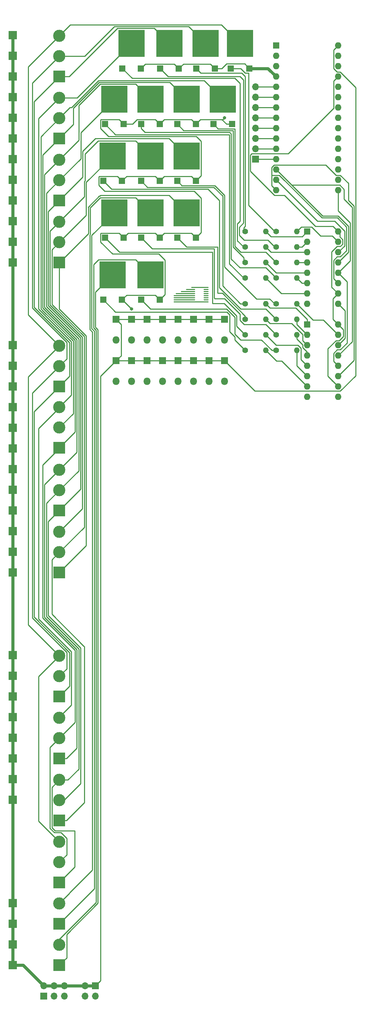
<source format=gtl>
%TF.GenerationSoftware,KiCad,Pcbnew,(5.1.6-0-10_14)*%
%TF.CreationDate,2020-09-12T12:57:19-04:00*%
%TF.ProjectId,smart-o-harp,736d6172-742d-46f2-9d68-6172702e6b69,rev?*%
%TF.SameCoordinates,Original*%
%TF.FileFunction,Copper,L1,Top*%
%TF.FilePolarity,Positive*%
%FSLAX46Y46*%
G04 Gerber Fmt 4.6, Leading zero omitted, Abs format (unit mm)*
G04 Created by KiCad (PCBNEW (5.1.6-0-10_14)) date 2020-09-12 12:57:19*
%MOMM*%
%LPD*%
G01*
G04 APERTURE LIST*
%TA.AperFunction,SMDPad,CuDef*%
%ADD10R,2.000000X2.000000*%
%TD*%
%TA.AperFunction,ComponentPad*%
%ADD11O,1.400000X1.400000*%
%TD*%
%TA.AperFunction,ComponentPad*%
%ADD12C,1.400000*%
%TD*%
%TA.AperFunction,ComponentPad*%
%ADD13C,3.000000*%
%TD*%
%TA.AperFunction,ComponentPad*%
%ADD14R,3.000000X3.000000*%
%TD*%
%TA.AperFunction,ComponentPad*%
%ADD15O,1.800000X1.800000*%
%TD*%
%TA.AperFunction,ComponentPad*%
%ADD16R,1.800000X1.800000*%
%TD*%
%TA.AperFunction,ComponentPad*%
%ADD17R,1.600000X1.600000*%
%TD*%
%TA.AperFunction,ComponentPad*%
%ADD18O,1.600000X1.600000*%
%TD*%
%TA.AperFunction,SMDPad,CuDef*%
%ADD19R,6.500000X6.700000*%
%TD*%
%TA.AperFunction,SMDPad,CuDef*%
%ADD20R,1.500000X1.600000*%
%TD*%
%TA.AperFunction,ComponentPad*%
%ADD21R,1.700000X1.700000*%
%TD*%
%TA.AperFunction,ComponentPad*%
%ADD22O,1.700000X1.700000*%
%TD*%
%TA.AperFunction,ViaPad*%
%ADD23C,0.800000*%
%TD*%
%TA.AperFunction,Conductor*%
%ADD24C,0.250000*%
%TD*%
%TA.AperFunction,Conductor*%
%ADD25C,0.800000*%
%TD*%
G04 APERTURE END LIST*
D10*
%TO.P,J46,1*%
%TO.N,+12V*%
X180340000Y-132080000D03*
%TD*%
%TO.P,J45,1*%
%TO.N,+12V*%
X180340000Y-248920000D03*
%TD*%
%TO.P,J44,1*%
%TO.N,+12V*%
X180340000Y-193040000D03*
%TD*%
%TO.P,J43,1*%
%TO.N,+12V*%
X180340000Y-223520000D03*
%TD*%
%TO.P,J42,1*%
%TO.N,+12V*%
X180340000Y-254000000D03*
%TD*%
%TO.P,J41,1*%
%TO.N,+12V*%
X180340000Y-137160000D03*
%TD*%
%TO.P,J40,1*%
%TO.N,+12V*%
X180340000Y-198120000D03*
%TD*%
%TO.P,J39,1*%
%TO.N,+12V*%
X180340000Y-208280000D03*
%TD*%
%TO.P,J37,1*%
%TO.N,+12V*%
X180340000Y-142240000D03*
%TD*%
%TO.P,J36,1*%
%TO.N,+12V*%
X180340000Y-203200000D03*
%TD*%
%TO.P,J35,1*%
%TO.N,+12V*%
X180340000Y-259080000D03*
%TD*%
%TO.P,J33,1*%
%TO.N,+12V*%
X180340000Y-147320000D03*
%TD*%
%TO.P,J32,1*%
%TO.N,+12V*%
X180340000Y-213360000D03*
%TD*%
%TO.P,J31,1*%
%TO.N,+12V*%
X180340000Y-264160000D03*
%TD*%
%TO.P,J29,1*%
%TO.N,+12V*%
X180340000Y-152400000D03*
%TD*%
%TO.P,J28,1*%
%TO.N,+12V*%
X180340000Y-218440000D03*
%TD*%
%TO.P,J25,1*%
%TO.N,+12V*%
X180340000Y-157480000D03*
%TD*%
%TO.P,J22,1*%
%TO.N,+12V*%
X180340000Y-162560000D03*
%TD*%
%TO.P,J21,1*%
%TO.N,+12V*%
X180340000Y-187960000D03*
%TD*%
%TO.P,J20,1*%
%TO.N,+12V*%
X180340000Y-167640000D03*
%TD*%
%TO.P,J19,1*%
%TO.N,+12V*%
X180340000Y-127000000D03*
%TD*%
%TO.P,J18,1*%
%TO.N,+12V*%
X180340000Y-60960000D03*
%TD*%
%TO.P,J17,1*%
%TO.N,+12V*%
X180340000Y-66040000D03*
%TD*%
%TO.P,J16,1*%
%TO.N,+12V*%
X180340000Y-121920000D03*
%TD*%
%TO.P,J15,1*%
%TO.N,+12V*%
X180340000Y-71120000D03*
%TD*%
%TO.P,J14,1*%
%TO.N,+12V*%
X180340000Y-111760000D03*
%TD*%
%TO.P,J13,1*%
%TO.N,+12V*%
X180340000Y-116840000D03*
%TD*%
%TO.P,J12,1*%
%TO.N,+12V*%
X180340000Y-76200000D03*
%TD*%
%TO.P,J11,1*%
%TO.N,+12V*%
X180340000Y-81280000D03*
%TD*%
%TO.P,J10,1*%
%TO.N,+12V*%
X180340000Y-86360000D03*
%TD*%
%TO.P,J9,1*%
%TO.N,+12V*%
X180340000Y-50800000D03*
%TD*%
%TO.P,J8,1*%
%TO.N,+12V*%
X180340000Y-91440000D03*
%TD*%
%TO.P,J7,1*%
%TO.N,+12V*%
X180340000Y-35560000D03*
%TD*%
%TO.P,J6,1*%
%TO.N,+12V*%
X180340000Y-45720000D03*
%TD*%
%TO.P,J5,1*%
%TO.N,+12V*%
X180340000Y-55880000D03*
%TD*%
%TO.P,J4,1*%
%TO.N,+12V*%
X180340000Y-40640000D03*
%TD*%
D11*
%TO.P,R16,2*%
%TO.N,Net-(R16-Pad2)*%
X250190000Y-83820000D03*
D12*
%TO.P,R16,1*%
%TO.N,Net-(Q16-Pad1)*%
X245110000Y-83820000D03*
%TD*%
D11*
%TO.P,R15,2*%
%TO.N,Net-(R15-Pad2)*%
X242570000Y-83820000D03*
D12*
%TO.P,R15,1*%
%TO.N,Net-(Q15-Pad1)*%
X237490000Y-83820000D03*
%TD*%
D11*
%TO.P,R14,2*%
%TO.N,Net-(R14-Pad2)*%
X250190000Y-87630000D03*
D12*
%TO.P,R14,1*%
%TO.N,Net-(Q14-Pad1)*%
X245110000Y-87630000D03*
%TD*%
D11*
%TO.P,R13,2*%
%TO.N,Net-(R13-Pad2)*%
X242570000Y-87630000D03*
D12*
%TO.P,R13,1*%
%TO.N,Net-(Q13-Pad1)*%
X237490000Y-87630000D03*
%TD*%
D11*
%TO.P,R12,2*%
%TO.N,Net-(R12-Pad2)*%
X250190000Y-91440000D03*
D12*
%TO.P,R12,1*%
%TO.N,Net-(Q12-Pad1)*%
X245110000Y-91440000D03*
%TD*%
D11*
%TO.P,R11,2*%
%TO.N,Net-(R11-Pad2)*%
X242570000Y-91440000D03*
D12*
%TO.P,R11,1*%
%TO.N,Net-(Q11-Pad1)*%
X237490000Y-91440000D03*
%TD*%
D11*
%TO.P,R10,2*%
%TO.N,Net-(R10-Pad2)*%
X250190000Y-95250000D03*
D12*
%TO.P,R10,1*%
%TO.N,Net-(Q10-Pad1)*%
X245110000Y-95250000D03*
%TD*%
D11*
%TO.P,R9,2*%
%TO.N,Net-(R9-Pad2)*%
X242570000Y-95250000D03*
D12*
%TO.P,R9,1*%
%TO.N,Net-(Q9-Pad1)*%
X237490000Y-95250000D03*
%TD*%
D11*
%TO.P,R8,2*%
%TO.N,Net-(R8-Pad2)*%
X250190000Y-101600000D03*
D12*
%TO.P,R8,1*%
%TO.N,Net-(Q8-Pad1)*%
X245110000Y-101600000D03*
%TD*%
D11*
%TO.P,R7,2*%
%TO.N,Net-(R7-Pad2)*%
X242570000Y-101600000D03*
D12*
%TO.P,R7,1*%
%TO.N,Net-(Q7-Pad1)*%
X237490000Y-101600000D03*
%TD*%
D11*
%TO.P,R6,2*%
%TO.N,Net-(R6-Pad2)*%
X250190000Y-105410000D03*
D12*
%TO.P,R6,1*%
%TO.N,Net-(Q6-Pad1)*%
X245110000Y-105410000D03*
%TD*%
D11*
%TO.P,R5,2*%
%TO.N,Net-(R5-Pad2)*%
X242570000Y-105410000D03*
D12*
%TO.P,R5,1*%
%TO.N,Net-(Q5-Pad1)*%
X237490000Y-105410000D03*
%TD*%
D11*
%TO.P,R4,2*%
%TO.N,Net-(R4-Pad2)*%
X250190000Y-109220000D03*
D12*
%TO.P,R4,1*%
%TO.N,Net-(Q4-Pad1)*%
X245110000Y-109220000D03*
%TD*%
D11*
%TO.P,R3,2*%
%TO.N,Net-(R3-Pad2)*%
X242570000Y-109220000D03*
D12*
%TO.P,R3,1*%
%TO.N,Net-(Q3-Pad1)*%
X237490000Y-109220000D03*
%TD*%
D11*
%TO.P,R2,2*%
%TO.N,Net-(R2-Pad2)*%
X250190000Y-113030000D03*
D12*
%TO.P,R2,1*%
%TO.N,Net-(Q2-Pad1)*%
X245110000Y-113030000D03*
%TD*%
D11*
%TO.P,R1,2*%
%TO.N,Net-(R1-Pad2)*%
X242570000Y-113030000D03*
D12*
%TO.P,R1,1*%
%TO.N,Net-(Q1-Pad1)*%
X237490000Y-113030000D03*
%TD*%
D13*
%TO.P,C#_D_D#2,3*%
%TO.N,Net-(C#_D_D#1-Pad3)*%
X191770000Y-157640000D03*
%TO.P,C#_D_D#2,2*%
%TO.N,Net-(C#_D_D#1-Pad2)*%
X191770000Y-162640000D03*
D14*
%TO.P,C#_D_D#2,1*%
%TO.N,Net-(C#_D_D#1-Pad1)*%
X191770000Y-167640000D03*
%TD*%
D13*
%TO.P,E_F_F#1,3*%
%TO.N,Net-(D11-Pad2)*%
X191770000Y-66200000D03*
%TO.P,E_F_F#1,2*%
%TO.N,Net-(D10-Pad2)*%
X191770000Y-71200000D03*
D14*
%TO.P,E_F_F#1,1*%
%TO.N,Net-(D9-Pad2)*%
X191770000Y-76200000D03*
%TD*%
D15*
%TO.P,D8,2*%
%TO.N,Net-(C#_D_D#1-Pad3)*%
X209550000Y-120650000D03*
D16*
%TO.P,D8,1*%
%TO.N,+12V*%
X209550000Y-115570000D03*
%TD*%
D17*
%TO.P,U2,1*%
%TO.N,Net-(R15-Pad2)*%
X252730000Y-83820000D03*
D18*
%TO.P,U2,9*%
%TO.N,Net-(U1-Pad14)*%
X260350000Y-101600000D03*
%TO.P,U2,2*%
%TO.N,Net-(R14-Pad2)*%
X252730000Y-86360000D03*
%TO.P,U2,10*%
%TO.N,Net-(A1-Pad27)*%
X260350000Y-99060000D03*
%TO.P,U2,3*%
%TO.N,Net-(R13-Pad2)*%
X252730000Y-88900000D03*
%TO.P,U2,11*%
%TO.N,Net-(A1-Pad15)*%
X260350000Y-96520000D03*
%TO.P,U2,4*%
%TO.N,Net-(R12-Pad2)*%
X252730000Y-91440000D03*
%TO.P,U2,12*%
%TO.N,Net-(A1-Pad16)*%
X260350000Y-93980000D03*
%TO.P,U2,5*%
%TO.N,Net-(R11-Pad2)*%
X252730000Y-93980000D03*
%TO.P,U2,13*%
%TO.N,Net-(A1-Pad13)*%
X260350000Y-91440000D03*
%TO.P,U2,6*%
%TO.N,Net-(R10-Pad2)*%
X252730000Y-96520000D03*
%TO.P,U2,14*%
%TO.N,Net-(A1-Pad14)*%
X260350000Y-88900000D03*
%TO.P,U2,7*%
%TO.N,Net-(R9-Pad2)*%
X252730000Y-99060000D03*
%TO.P,U2,15*%
%TO.N,Net-(R16-Pad2)*%
X260350000Y-86360000D03*
%TO.P,U2,8*%
%TO.N,GND*%
X252730000Y-101600000D03*
%TO.P,U2,16*%
%TO.N,Net-(A1-Pad27)*%
X260350000Y-83820000D03*
%TD*%
D19*
%TO.P,Q16,2*%
%TO.N,Net-(Bb_B_C1-Pad3)*%
X236220000Y-37570000D03*
D20*
%TO.P,Q16,3*%
%TO.N,GND*%
X238520000Y-43720000D03*
%TO.P,Q16,1*%
%TO.N,Net-(Q16-Pad1)*%
X233920000Y-43720000D03*
%TD*%
D19*
%TO.P,Q15,2*%
%TO.N,Net-(Bb_B_C1-Pad2)*%
X227760000Y-37620000D03*
D20*
%TO.P,Q15,3*%
%TO.N,GND*%
X230060000Y-43770000D03*
%TO.P,Q15,1*%
%TO.N,Net-(Q15-Pad1)*%
X225460000Y-43770000D03*
%TD*%
D19*
%TO.P,Q14,2*%
%TO.N,Net-(Bb_B_C1-Pad1)*%
X218870000Y-37620000D03*
D20*
%TO.P,Q14,3*%
%TO.N,GND*%
X221170000Y-43770000D03*
%TO.P,Q14,1*%
%TO.N,Net-(Q14-Pad1)*%
X216570000Y-43770000D03*
%TD*%
D19*
%TO.P,Q13,2*%
%TO.N,Net-(D14-Pad2)*%
X209550000Y-37570000D03*
D20*
%TO.P,Q13,3*%
%TO.N,GND*%
X211850000Y-43720000D03*
%TO.P,Q13,1*%
%TO.N,Net-(Q13-Pad1)*%
X207250000Y-43720000D03*
%TD*%
D19*
%TO.P,Q12,2*%
%TO.N,Net-(D13-Pad2)*%
X231980000Y-51280000D03*
D20*
%TO.P,Q12,3*%
%TO.N,GND*%
X234280000Y-57430000D03*
%TO.P,Q12,1*%
%TO.N,Net-(Q12-Pad1)*%
X229680000Y-57430000D03*
%TD*%
D19*
%TO.P,Q11,2*%
%TO.N,Net-(D12-Pad2)*%
X223090000Y-51280000D03*
D20*
%TO.P,Q11,3*%
%TO.N,GND*%
X225390000Y-57430000D03*
%TO.P,Q11,1*%
%TO.N,Net-(Q11-Pad1)*%
X220790000Y-57430000D03*
%TD*%
D19*
%TO.P,Q10,2*%
%TO.N,Net-(D11-Pad2)*%
X214200000Y-51280000D03*
D20*
%TO.P,Q10,3*%
%TO.N,GND*%
X216500000Y-57430000D03*
%TO.P,Q10,1*%
%TO.N,Net-(Q10-Pad1)*%
X211900000Y-57430000D03*
%TD*%
D19*
%TO.P,Q9,2*%
%TO.N,Net-(D10-Pad2)*%
X205310000Y-51280000D03*
D20*
%TO.P,Q9,3*%
%TO.N,GND*%
X207610000Y-57430000D03*
%TO.P,Q9,1*%
%TO.N,Net-(Q9-Pad1)*%
X203010000Y-57430000D03*
%TD*%
D19*
%TO.P,Q8,2*%
%TO.N,Net-(D9-Pad2)*%
X223090000Y-65250000D03*
D20*
%TO.P,Q8,3*%
%TO.N,GND*%
X225390000Y-71400000D03*
%TO.P,Q8,1*%
%TO.N,Net-(Q8-Pad1)*%
X220790000Y-71400000D03*
%TD*%
D19*
%TO.P,Q7,2*%
%TO.N,Net-(C#_D_D#1-Pad3)*%
X214200000Y-65250000D03*
D20*
%TO.P,Q7,3*%
%TO.N,GND*%
X216500000Y-71400000D03*
%TO.P,Q7,1*%
%TO.N,Net-(Q7-Pad1)*%
X211900000Y-71400000D03*
%TD*%
D19*
%TO.P,Q6,2*%
%TO.N,Net-(C#_D_D#1-Pad2)*%
X204900000Y-65250000D03*
D20*
%TO.P,Q6,3*%
%TO.N,GND*%
X207200000Y-71400000D03*
%TO.P,Q6,1*%
%TO.N,Net-(Q6-Pad1)*%
X202600000Y-71400000D03*
%TD*%
D19*
%TO.P,Q5,2*%
%TO.N,Net-(C#_D_D#1-Pad1)*%
X223090000Y-79220000D03*
D20*
%TO.P,Q5,3*%
%TO.N,GND*%
X225390000Y-85370000D03*
%TO.P,Q5,1*%
%TO.N,Net-(Q5-Pad1)*%
X220790000Y-85370000D03*
%TD*%
D19*
%TO.P,Q4,2*%
%TO.N,Net-(D4-Pad2)*%
X214200000Y-79220000D03*
D20*
%TO.P,Q4,3*%
%TO.N,GND*%
X216500000Y-85370000D03*
%TO.P,Q4,1*%
%TO.N,Net-(Q4-Pad1)*%
X211900000Y-85370000D03*
%TD*%
D19*
%TO.P,Q3,2*%
%TO.N,Net-(D3-Pad2)*%
X205310000Y-79220000D03*
D20*
%TO.P,Q3,3*%
%TO.N,GND*%
X207610000Y-85370000D03*
%TO.P,Q3,1*%
%TO.N,Net-(Q3-Pad1)*%
X203010000Y-85370000D03*
%TD*%
D19*
%TO.P,Q2,2*%
%TO.N,Net-(D2-Pad2)*%
X214200000Y-94460000D03*
D20*
%TO.P,Q2,3*%
%TO.N,GND*%
X216500000Y-100610000D03*
%TO.P,Q2,1*%
%TO.N,Net-(Q2-Pad1)*%
X211900000Y-100610000D03*
%TD*%
D19*
%TO.P,Q1,2*%
%TO.N,Net-(D1-Pad2)*%
X204900000Y-94460000D03*
D20*
%TO.P,Q1,3*%
%TO.N,GND*%
X207200000Y-100610000D03*
%TO.P,Q1,1*%
%TO.N,Net-(Q1-Pad1)*%
X202600000Y-100610000D03*
%TD*%
D13*
%TO.P,J3,2*%
%TO.N,Net-(D4-Pad2)*%
X191770000Y-249000000D03*
D14*
%TO.P,J3,1*%
%TO.N,Net-(D3-Pad2)*%
X191770000Y-254000000D03*
%TD*%
D13*
%TO.P,J2,2*%
%TO.N,Net-(D2-Pad2)*%
X191770000Y-259160000D03*
D14*
%TO.P,J2,1*%
%TO.N,Net-(D1-Pad2)*%
X191770000Y-264160000D03*
%TD*%
D13*
%TO.P,G_G#_A2,3*%
%TO.N,Net-(D14-Pad2)*%
X191770000Y-127000000D03*
%TO.P,G_G#_A2,2*%
%TO.N,Net-(D13-Pad2)*%
X191770000Y-132000000D03*
D14*
%TO.P,G_G#_A2,1*%
%TO.N,Net-(D12-Pad2)*%
X191770000Y-137000000D03*
%TD*%
D13*
%TO.P,G_G#_A1,3*%
%TO.N,Net-(D14-Pad2)*%
X191770000Y-50960000D03*
%TO.P,G_G#_A1,2*%
%TO.N,Net-(D13-Pad2)*%
X191770000Y-55960000D03*
D14*
%TO.P,G_G#_A1,1*%
%TO.N,Net-(D12-Pad2)*%
X191770000Y-60960000D03*
%TD*%
%TO.P,F_G_C1,1*%
%TO.N,Net-(D10-Pad2)*%
X191770000Y-243840000D03*
D13*
%TO.P,F_G_C1,2*%
%TO.N,Net-(D12-Pad2)*%
X191770000Y-238840000D03*
%TO.P,F_G_C1,3*%
%TO.N,Net-(Bb_B_C1-Pad3)*%
X191770000Y-233840000D03*
%TD*%
D14*
%TO.P,F#_G_A1,1*%
%TO.N,Net-(D11-Pad2)*%
X191770000Y-213360000D03*
D13*
%TO.P,F#_G_A1,2*%
%TO.N,Net-(D12-Pad2)*%
X191770000Y-208360000D03*
%TO.P,F#_G_A1,3*%
%TO.N,Net-(D14-Pad2)*%
X191770000Y-203360000D03*
%TD*%
%TO.P,E_F_F#2,3*%
%TO.N,Net-(D11-Pad2)*%
X191770000Y-142400000D03*
%TO.P,E_F_F#2,2*%
%TO.N,Net-(D10-Pad2)*%
X191770000Y-147400000D03*
D14*
%TO.P,E_F_F#2,1*%
%TO.N,Net-(D9-Pad2)*%
X191770000Y-152400000D03*
%TD*%
%TO.P,D_E_F1,1*%
%TO.N,Net-(C#_D_D#1-Pad2)*%
X191770000Y-228600000D03*
D13*
%TO.P,D_E_F1,2*%
%TO.N,Net-(D9-Pad2)*%
X191770000Y-223600000D03*
%TO.P,D_E_F1,3*%
%TO.N,Net-(D10-Pad2)*%
X191770000Y-218600000D03*
%TD*%
%TO.P,C#_D_D#1,3*%
%TO.N,Net-(C#_D_D#1-Pad3)*%
X191770000Y-81440000D03*
%TO.P,C#_D_D#1,2*%
%TO.N,Net-(C#_D_D#1-Pad2)*%
X191770000Y-86440000D03*
D14*
%TO.P,C#_D_D#1,1*%
%TO.N,Net-(C#_D_D#1-Pad1)*%
X191770000Y-91440000D03*
%TD*%
%TO.P,Bb_B_C3,1*%
%TO.N,Net-(Bb_B_C1-Pad1)*%
X191770000Y-198120000D03*
D13*
%TO.P,Bb_B_C3,2*%
%TO.N,Net-(Bb_B_C1-Pad2)*%
X191770000Y-193120000D03*
%TO.P,Bb_B_C3,3*%
%TO.N,Net-(Bb_B_C1-Pad3)*%
X191770000Y-188120000D03*
%TD*%
%TO.P,Bb_B_C2,3*%
%TO.N,Net-(Bb_B_C1-Pad3)*%
X191770000Y-111920000D03*
%TO.P,Bb_B_C2,2*%
%TO.N,Net-(Bb_B_C1-Pad2)*%
X191770000Y-116920000D03*
D14*
%TO.P,Bb_B_C2,1*%
%TO.N,Net-(Bb_B_C1-Pad1)*%
X191770000Y-121920000D03*
%TD*%
%TO.P,Bb_B_C1,1*%
%TO.N,Net-(Bb_B_C1-Pad1)*%
X191770000Y-45720000D03*
D13*
%TO.P,Bb_B_C1,2*%
%TO.N,Net-(Bb_B_C1-Pad2)*%
X191770000Y-40720000D03*
%TO.P,Bb_B_C1,3*%
%TO.N,Net-(Bb_B_C1-Pad3)*%
X191770000Y-35720000D03*
%TD*%
D15*
%TO.P,D17,2*%
%TO.N,Net-(Bb_B_C1-Pad3)*%
X205740000Y-110490000D03*
D16*
%TO.P,D17,1*%
%TO.N,+12V*%
X205740000Y-105410000D03*
%TD*%
D15*
%TO.P,D16,2*%
%TO.N,Net-(Bb_B_C1-Pad2)*%
X209550000Y-110490000D03*
D16*
%TO.P,D16,1*%
%TO.N,+12V*%
X209550000Y-105410000D03*
%TD*%
D15*
%TO.P,D15,2*%
%TO.N,Net-(Bb_B_C1-Pad1)*%
X213360000Y-110490000D03*
D16*
%TO.P,D15,1*%
%TO.N,+12V*%
X213360000Y-105410000D03*
%TD*%
D15*
%TO.P,D14,2*%
%TO.N,Net-(D14-Pad2)*%
X217170000Y-110490000D03*
D16*
%TO.P,D14,1*%
%TO.N,+12V*%
X217170000Y-105410000D03*
%TD*%
D15*
%TO.P,D13,2*%
%TO.N,Net-(D13-Pad2)*%
X220980000Y-110490000D03*
D16*
%TO.P,D13,1*%
%TO.N,+12V*%
X220980000Y-105410000D03*
%TD*%
D15*
%TO.P,D12,2*%
%TO.N,Net-(D12-Pad2)*%
X224790000Y-110490000D03*
D16*
%TO.P,D12,1*%
%TO.N,+12V*%
X224790000Y-105410000D03*
%TD*%
D15*
%TO.P,D11,2*%
%TO.N,Net-(D11-Pad2)*%
X228600000Y-110490000D03*
D16*
%TO.P,D11,1*%
%TO.N,+12V*%
X228600000Y-105410000D03*
%TD*%
D15*
%TO.P,D10,2*%
%TO.N,Net-(D10-Pad2)*%
X232410000Y-110490000D03*
D16*
%TO.P,D10,1*%
%TO.N,+12V*%
X232410000Y-105410000D03*
%TD*%
D15*
%TO.P,D9,2*%
%TO.N,Net-(D9-Pad2)*%
X205740000Y-120650000D03*
D16*
%TO.P,D9,1*%
%TO.N,+12V*%
X205740000Y-115570000D03*
%TD*%
D15*
%TO.P,D6,2*%
%TO.N,Net-(C#_D_D#1-Pad2)*%
X213360000Y-120650000D03*
D16*
%TO.P,D6,1*%
%TO.N,+12V*%
X213360000Y-115570000D03*
%TD*%
D15*
%TO.P,D5,2*%
%TO.N,Net-(C#_D_D#1-Pad1)*%
X217170000Y-120650000D03*
D16*
%TO.P,D5,1*%
%TO.N,+12V*%
X217170000Y-115570000D03*
%TD*%
D15*
%TO.P,D4,2*%
%TO.N,Net-(D4-Pad2)*%
X220980000Y-120650000D03*
D16*
%TO.P,D4,1*%
%TO.N,+12V*%
X220980000Y-115570000D03*
%TD*%
D15*
%TO.P,D3,2*%
%TO.N,Net-(D3-Pad2)*%
X224790000Y-120650000D03*
D16*
%TO.P,D3,1*%
%TO.N,+12V*%
X224790000Y-115570000D03*
%TD*%
D15*
%TO.P,D2,2*%
%TO.N,Net-(D2-Pad2)*%
X228600000Y-120650000D03*
D16*
%TO.P,D2,1*%
%TO.N,+12V*%
X228600000Y-115570000D03*
%TD*%
D15*
%TO.P,D1,2*%
%TO.N,Net-(D1-Pad2)*%
X232410000Y-120650000D03*
D16*
%TO.P,D1,1*%
%TO.N,+12V*%
X232410000Y-115570000D03*
%TD*%
D21*
%TO.P,J1,1*%
%TO.N,+12V*%
X200660000Y-269240000D03*
D22*
%TO.P,J1,2*%
%TO.N,GND*%
X200660000Y-271780000D03*
%TO.P,J1,3*%
%TO.N,+12V*%
X198120000Y-269240000D03*
%TO.P,J1,4*%
%TO.N,GND*%
X198120000Y-271780000D03*
%TD*%
D17*
%TO.P,A1,1*%
%TO.N,Net-(A1-Pad1)*%
X245110000Y-38100000D03*
D18*
%TO.P,A1,17*%
%TO.N,Net-(A1-Pad17)*%
X260350000Y-71120000D03*
%TO.P,A1,2*%
%TO.N,Net-(A1-Pad2)*%
X245110000Y-40640000D03*
%TO.P,A1,18*%
%TO.N,Net-(A1-Pad18)*%
X260350000Y-68580000D03*
%TO.P,A1,3*%
%TO.N,Net-(A1-Pad3)*%
X245110000Y-43180000D03*
%TO.P,A1,19*%
%TO.N,Net-(A1-Pad19)*%
X260350000Y-66040000D03*
%TO.P,A1,4*%
%TO.N,GND*%
X245110000Y-45720000D03*
%TO.P,A1,20*%
%TO.N,Net-(A1-Pad20)*%
X260350000Y-63500000D03*
%TO.P,A1,5*%
%TO.N,Net-(A1-Pad5)*%
X245110000Y-48260000D03*
%TO.P,A1,21*%
%TO.N,Net-(A1-Pad21)*%
X260350000Y-60960000D03*
%TO.P,A1,6*%
%TO.N,Net-(A1-Pad6)*%
X245110000Y-50800000D03*
%TO.P,A1,22*%
%TO.N,Net-(A1-Pad22)*%
X260350000Y-58420000D03*
%TO.P,A1,7*%
%TO.N,Net-(A1-Pad7)*%
X245110000Y-53340000D03*
%TO.P,A1,23*%
%TO.N,Net-(A1-Pad23)*%
X260350000Y-55880000D03*
%TO.P,A1,8*%
%TO.N,Net-(A1-Pad8)*%
X245110000Y-55880000D03*
%TO.P,A1,24*%
%TO.N,Net-(A1-Pad24)*%
X260350000Y-53340000D03*
%TO.P,A1,9*%
%TO.N,Net-(A1-Pad9)*%
X245110000Y-58420000D03*
%TO.P,A1,25*%
%TO.N,Net-(A1-Pad25)*%
X260350000Y-50800000D03*
%TO.P,A1,10*%
%TO.N,Net-(A1-Pad10)*%
X245110000Y-60960000D03*
%TO.P,A1,26*%
%TO.N,Net-(A1-Pad26)*%
X260350000Y-48260000D03*
%TO.P,A1,11*%
%TO.N,Net-(A1-Pad11)*%
X245110000Y-63500000D03*
%TO.P,A1,27*%
%TO.N,Net-(A1-Pad27)*%
X260350000Y-45720000D03*
%TO.P,A1,12*%
%TO.N,Net-(A1-Pad12)*%
X245110000Y-66040000D03*
%TO.P,A1,28*%
%TO.N,Net-(A1-Pad28)*%
X260350000Y-43180000D03*
%TO.P,A1,13*%
%TO.N,Net-(A1-Pad13)*%
X245110000Y-68580000D03*
%TO.P,A1,29*%
%TO.N,GND*%
X260350000Y-40640000D03*
%TO.P,A1,14*%
%TO.N,Net-(A1-Pad14)*%
X245110000Y-71120000D03*
%TO.P,A1,30*%
%TO.N,+12V*%
X260350000Y-38100000D03*
%TO.P,A1,15*%
%TO.N,Net-(A1-Pad15)*%
X245110000Y-73660000D03*
%TO.P,A1,16*%
%TO.N,Net-(A1-Pad16)*%
X260350000Y-73660000D03*
%TD*%
D21*
%TO.P,keypad1,1*%
%TO.N,Net-(A1-Pad12)*%
X240030000Y-66040000D03*
D22*
%TO.P,keypad1,2*%
%TO.N,Net-(A1-Pad11)*%
X240030000Y-63500000D03*
%TO.P,keypad1,3*%
%TO.N,Net-(A1-Pad10)*%
X240030000Y-60960000D03*
%TO.P,keypad1,4*%
%TO.N,Net-(A1-Pad9)*%
X240030000Y-58420000D03*
%TO.P,keypad1,5*%
%TO.N,Net-(A1-Pad8)*%
X240030000Y-55880000D03*
%TO.P,keypad1,6*%
%TO.N,Net-(A1-Pad7)*%
X240030000Y-53340000D03*
%TO.P,keypad1,7*%
%TO.N,Net-(A1-Pad6)*%
X240030000Y-50800000D03*
%TO.P,keypad1,8*%
%TO.N,Net-(A1-Pad5)*%
X240030000Y-48260000D03*
%TD*%
D21*
%TO.P,solenoid_power1,1*%
%TO.N,GND*%
X187960000Y-271780000D03*
D22*
%TO.P,solenoid_power1,2*%
%TO.N,+12V*%
X187960000Y-269240000D03*
%TO.P,solenoid_power1,3*%
%TO.N,GND*%
X190500000Y-271780000D03*
%TO.P,solenoid_power1,4*%
%TO.N,+12V*%
X190500000Y-269240000D03*
%TO.P,solenoid_power1,5*%
%TO.N,GND*%
X193040000Y-271780000D03*
%TO.P,solenoid_power1,6*%
%TO.N,+12V*%
X193040000Y-269240000D03*
%TD*%
D18*
%TO.P,U1,16*%
%TO.N,Net-(A1-Pad27)*%
X260350000Y-106680000D03*
%TO.P,U1,8*%
%TO.N,GND*%
X252730000Y-124460000D03*
%TO.P,U1,15*%
%TO.N,Net-(R8-Pad2)*%
X260350000Y-109220000D03*
%TO.P,U1,7*%
%TO.N,Net-(R1-Pad2)*%
X252730000Y-121920000D03*
%TO.P,U1,14*%
%TO.N,Net-(U1-Pad14)*%
X260350000Y-111760000D03*
%TO.P,U1,6*%
%TO.N,Net-(R2-Pad2)*%
X252730000Y-119380000D03*
%TO.P,U1,13*%
%TO.N,Net-(A1-Pad13)*%
X260350000Y-114300000D03*
%TO.P,U1,5*%
%TO.N,Net-(R3-Pad2)*%
X252730000Y-116840000D03*
%TO.P,U1,12*%
%TO.N,Net-(A1-Pad16)*%
X260350000Y-116840000D03*
%TO.P,U1,4*%
%TO.N,Net-(R4-Pad2)*%
X252730000Y-114300000D03*
%TO.P,U1,11*%
%TO.N,Net-(A1-Pad15)*%
X260350000Y-119380000D03*
%TO.P,U1,3*%
%TO.N,Net-(R5-Pad2)*%
X252730000Y-111760000D03*
%TO.P,U1,10*%
%TO.N,Net-(A1-Pad27)*%
X260350000Y-121920000D03*
%TO.P,U1,2*%
%TO.N,Net-(R6-Pad2)*%
X252730000Y-109220000D03*
%TO.P,U1,9*%
%TO.N,Net-(U1-Pad9)*%
X260350000Y-124460000D03*
D17*
%TO.P,U1,1*%
%TO.N,Net-(R7-Pad2)*%
X252730000Y-106680000D03*
%TD*%
D23*
%TO.N,GND*%
X232410000Y-55880000D03*
X209550000Y-102870000D03*
%TD*%
D24*
%TO.N,*%
X228092000Y-101092000D02*
X220218000Y-101092000D01*
X220218000Y-100584000D02*
X225044000Y-100584000D01*
X227330000Y-100584000D02*
X228092000Y-100584000D01*
X228092000Y-100076000D02*
X227330000Y-100076000D01*
X227330000Y-99568000D02*
X228092000Y-99568000D01*
X228092000Y-101092000D02*
X228346000Y-101092000D01*
X228092000Y-100584000D02*
X228346000Y-100584000D01*
X228092000Y-100076000D02*
X228346000Y-100076000D01*
X228092000Y-99568000D02*
X228346000Y-99568000D01*
X220218000Y-100584000D02*
X219964000Y-100584000D01*
X220218000Y-101092000D02*
X219964000Y-101092000D01*
X219964000Y-100076000D02*
X225044000Y-100076000D01*
X219964000Y-99568000D02*
X225044000Y-99568000D01*
X228346000Y-99060000D02*
X227330000Y-99060000D01*
X225044000Y-99060000D02*
X220472000Y-99060000D01*
X228346000Y-98552000D02*
X227330000Y-98552000D01*
X225044000Y-98552000D02*
X221742000Y-98552000D01*
X227330000Y-98044000D02*
X228346000Y-98044000D01*
X228346000Y-97536000D02*
X224536000Y-97536000D01*
X225044000Y-98044000D02*
X223012000Y-98044000D01*
X224536000Y-97536000D02*
X224282000Y-97536000D01*
%TO.N,GND*%
X231761997Y-56304999D02*
X231985001Y-56304999D01*
X231985001Y-56304999D02*
X232410000Y-55880000D01*
X220044999Y-42644999D02*
X221170000Y-43770000D01*
X212925001Y-42644999D02*
X220044999Y-42644999D01*
X211850000Y-43720000D02*
X212925001Y-42644999D01*
X228934999Y-42644999D02*
X230060000Y-43770000D01*
X222295001Y-42644999D02*
X228934999Y-42644999D01*
X221170000Y-43770000D02*
X222295001Y-42644999D01*
X207610000Y-57430000D02*
X209764998Y-57430000D01*
X209764998Y-57430000D02*
X210824999Y-56369999D01*
X210824999Y-56369999D02*
X210889967Y-56305031D01*
X232909999Y-42594999D02*
X237394999Y-42594999D01*
X237394999Y-42594999D02*
X238520000Y-43720000D01*
X231734998Y-43770000D02*
X232909999Y-42594999D01*
X230060000Y-43770000D02*
X231734998Y-43770000D01*
D25*
X243110000Y-43720000D02*
X245110000Y-45720000D01*
X238520000Y-43720000D02*
X243110000Y-43720000D01*
D24*
X215374999Y-56304999D02*
X216500000Y-57430000D01*
X210889999Y-56304999D02*
X215374999Y-56304999D01*
X210824999Y-56369999D02*
X210889999Y-56304999D01*
X224264999Y-56304999D02*
X225390000Y-57430000D01*
X217625001Y-56304999D02*
X224264999Y-56304999D01*
X216500000Y-57430000D02*
X217625001Y-56304999D01*
X232886998Y-57430000D02*
X234280000Y-57430000D01*
X226515001Y-56304999D02*
X231761997Y-56304999D01*
X231761997Y-56304999D02*
X232886998Y-57430000D01*
X225390000Y-57430000D02*
X226515001Y-56304999D01*
X215374999Y-70274999D02*
X216500000Y-71400000D01*
X208325001Y-70274999D02*
X215374999Y-70274999D01*
X207200000Y-71400000D02*
X208325001Y-70274999D01*
X224264999Y-70274999D02*
X225390000Y-71400000D01*
X217625001Y-70274999D02*
X224264999Y-70274999D01*
X216500000Y-71400000D02*
X217625001Y-70274999D01*
X206484999Y-56304999D02*
X207610000Y-57430000D01*
X201934999Y-58490001D02*
X201934999Y-56369999D01*
X203906408Y-60461410D02*
X201934999Y-58490001D01*
X201934999Y-56369999D02*
X201999999Y-56304999D01*
X225486412Y-60461410D02*
X203906408Y-60461410D01*
X226665001Y-61639999D02*
X225486412Y-60461410D01*
X201999999Y-56304999D02*
X206484999Y-56304999D01*
X226665001Y-70124999D02*
X226665001Y-61639999D01*
X225390000Y-71400000D02*
X226665001Y-70124999D01*
X208735001Y-84244999D02*
X215374999Y-84244999D01*
X215374999Y-84244999D02*
X216500000Y-85370000D01*
X207610000Y-85370000D02*
X208735001Y-84244999D01*
X224264999Y-84244999D02*
X225390000Y-85370000D01*
X217625001Y-84244999D02*
X224264999Y-84244999D01*
X216500000Y-85370000D02*
X217625001Y-84244999D01*
X201524999Y-70339999D02*
X201589999Y-70274999D01*
X206074999Y-70274999D02*
X207200000Y-71400000D01*
X202940028Y-73875030D02*
X201524999Y-72460001D01*
X201589999Y-70274999D02*
X206074999Y-70274999D01*
X226665001Y-75609999D02*
X224930032Y-73875030D01*
X226665001Y-84094999D02*
X226665001Y-75609999D01*
X201524999Y-72460001D02*
X201524999Y-70339999D01*
X224930032Y-73875030D02*
X202940028Y-73875030D01*
X225390000Y-85370000D02*
X226665001Y-84094999D01*
X215374999Y-99484999D02*
X216500000Y-100610000D01*
X208325001Y-99484999D02*
X215374999Y-99484999D01*
X207200000Y-100610000D02*
X208325001Y-99484999D01*
X206484999Y-84244999D02*
X207610000Y-85370000D01*
X201934999Y-84309999D02*
X201999999Y-84244999D01*
X204855008Y-89350010D02*
X201934999Y-86430001D01*
X216275012Y-89350010D02*
X204855008Y-89350010D01*
X217775001Y-90849999D02*
X216275012Y-89350010D01*
X217775001Y-99334999D02*
X217775001Y-90849999D01*
X201999999Y-84244999D02*
X206484999Y-84244999D01*
X201934999Y-86430001D02*
X201934999Y-84309999D01*
X216500000Y-100610000D02*
X217775001Y-99334999D01*
X207290000Y-100610000D02*
X207200000Y-100610000D01*
X209550000Y-102870000D02*
X207290000Y-100610000D01*
%TO.N,Net-(A1-Pad5)*%
X245110000Y-48260000D02*
X240030000Y-48260000D01*
%TO.N,Net-(A1-Pad6)*%
X240030000Y-50800000D02*
X245110000Y-50800000D01*
%TO.N,Net-(A1-Pad7)*%
X245110000Y-53340000D02*
X241300000Y-53340000D01*
X241300000Y-53340000D02*
X240030000Y-53340000D01*
%TO.N,Net-(A1-Pad8)*%
X240030000Y-55880000D02*
X245110000Y-55880000D01*
%TO.N,Net-(A1-Pad9)*%
X245110000Y-58420000D02*
X240030000Y-58420000D01*
%TO.N,Net-(A1-Pad10)*%
X240030000Y-60960000D02*
X245110000Y-60960000D01*
%TO.N,Net-(A1-Pad11)*%
X245110000Y-63500000D02*
X240030000Y-63500000D01*
%TO.N,Net-(A1-Pad27)*%
X259224999Y-46845001D02*
X260350000Y-45720000D01*
X248034997Y-64675001D02*
X259224999Y-53484999D01*
X259224999Y-53590003D02*
X259224999Y-53484999D01*
X259224999Y-53484999D02*
X259224999Y-46845001D01*
X239109997Y-64675001D02*
X238760000Y-65024998D01*
X248034997Y-64675001D02*
X239109997Y-64675001D01*
X238760000Y-65024998D02*
X238760000Y-68975002D01*
X260350000Y-83820000D02*
X259080000Y-82550000D01*
X254730690Y-82550000D02*
X247110690Y-74930000D01*
X259080000Y-82550000D02*
X254730690Y-82550000D01*
X244714998Y-74930000D02*
X238760000Y-68975002D01*
X247110690Y-74930000D02*
X244714998Y-74930000D01*
X261475001Y-86900001D02*
X261475001Y-85819999D01*
X258774990Y-88810008D02*
X260099997Y-87485001D01*
X258774990Y-97484990D02*
X258774990Y-88810008D01*
X260890001Y-87485001D02*
X261475001Y-86900001D01*
X260099997Y-87485001D02*
X260890001Y-87485001D01*
X261475001Y-85819999D02*
X260745002Y-85090000D01*
X260350000Y-99060000D02*
X258774990Y-97484990D01*
X260745002Y-84215002D02*
X260350000Y-83820000D01*
X260745002Y-85090000D02*
X260745002Y-84215002D01*
X260350000Y-106680000D02*
X259080000Y-105410000D01*
X259080000Y-100330000D02*
X260350000Y-99060000D01*
X259080000Y-105410000D02*
X259080000Y-100330000D01*
X260350000Y-121920000D02*
X258774990Y-120344990D01*
X260350000Y-106680000D02*
X261620000Y-107950000D01*
X259809999Y-110634999D02*
X257810000Y-112634998D01*
X260600003Y-110634999D02*
X259809999Y-110634999D01*
X261620000Y-109615002D02*
X260600003Y-110634999D01*
X261620000Y-107950000D02*
X261620000Y-109615002D01*
X257810000Y-119380000D02*
X260350000Y-121920000D01*
X257810000Y-112634998D02*
X257810000Y-119380000D01*
%TO.N,Net-(A1-Pad12)*%
X240030000Y-66040000D02*
X245110000Y-66040000D01*
%TO.N,Net-(A1-Pad13)*%
X248920000Y-72390000D02*
X245110000Y-68580000D01*
X260745002Y-72390000D02*
X248920000Y-72390000D01*
X252095000Y-75565000D02*
X248920000Y-72390000D01*
X256540000Y-80010000D02*
X252095000Y-75565000D01*
X260350000Y-80010000D02*
X256540000Y-80010000D01*
X262890000Y-88900000D02*
X262890000Y-82550000D01*
X262890000Y-82550000D02*
X260350000Y-80010000D01*
X260350000Y-91440000D02*
X262890000Y-88900000D01*
X263790018Y-110859982D02*
X263790018Y-77839982D01*
X260350000Y-114300000D02*
X263790018Y-110859982D01*
X261817501Y-75867465D02*
X261817501Y-73462499D01*
X263790018Y-77839982D02*
X261817501Y-75867465D01*
X261817501Y-73462499D02*
X260745002Y-72390000D01*
%TO.N,Net-(A1-Pad14)*%
X251460000Y-77470000D02*
X245110000Y-71120000D01*
X259475002Y-81280000D02*
X255270000Y-81280000D01*
X255270000Y-81280000D02*
X251460000Y-77470000D01*
X261925010Y-83730008D02*
X259475002Y-81280000D01*
X261925010Y-87324990D02*
X261925010Y-83730008D01*
X260350000Y-88900000D02*
X261925010Y-87324990D01*
D25*
%TO.N,+12V*%
X180340000Y-264160000D02*
X180340000Y-55880000D01*
D24*
X264690037Y-48395035D02*
X264690037Y-119244965D01*
X260890001Y-44594999D02*
X264690037Y-48395035D01*
X239885001Y-123045001D02*
X232410000Y-115570000D01*
X264690037Y-119244965D02*
X260890001Y-123045001D01*
X259224999Y-43720001D02*
X260099997Y-44594999D01*
X259224999Y-39225001D02*
X259224999Y-43720001D01*
X260890001Y-123045001D02*
X239885001Y-123045001D01*
X260099997Y-44594999D02*
X260890001Y-44594999D01*
X260350000Y-38100000D02*
X259224999Y-39225001D01*
X232410000Y-115570000D02*
X205740000Y-115570000D01*
X205740000Y-105410000D02*
X232410000Y-105410000D01*
X206965001Y-106635001D02*
X205740000Y-105410000D01*
X206965001Y-114344999D02*
X206965001Y-106635001D01*
X205740000Y-115570000D02*
X206965001Y-114344999D01*
X201930000Y-267970000D02*
X200660000Y-269240000D01*
X201930000Y-119380000D02*
X201930000Y-267970000D01*
X205740000Y-115570000D02*
X201930000Y-119380000D01*
D25*
X180340000Y-55880000D02*
X180340000Y-35560000D01*
X200660000Y-269240000D02*
X187960000Y-269240000D01*
X182880000Y-264160000D02*
X180340000Y-264160000D01*
X187960000Y-269240000D02*
X182880000Y-264160000D01*
D24*
%TO.N,Net-(A1-Pad15)*%
X245110000Y-73660000D02*
X243984999Y-72534999D01*
X259954998Y-96520000D02*
X260745002Y-96520000D01*
X243984999Y-72534999D02*
X243984999Y-69994999D01*
X260099997Y-96375001D02*
X260890001Y-96375001D01*
X259224999Y-95394999D02*
X260350000Y-96520000D01*
X260890001Y-90025001D02*
X260099997Y-90025001D01*
X262375019Y-88539983D02*
X260890001Y-90025001D01*
X262375019Y-82671429D02*
X262375019Y-88539983D01*
X260163600Y-80460010D02*
X262375019Y-82671429D01*
X243984999Y-69994999D02*
X245888589Y-69994999D01*
X256353600Y-80460010D02*
X260163600Y-80460010D01*
X259224999Y-90899999D02*
X259224999Y-95394999D01*
X260099997Y-90025001D02*
X259224999Y-90899999D01*
X245888589Y-69994999D02*
X256353600Y-80460010D01*
X244569999Y-67454999D02*
X243984999Y-68039999D01*
X243984999Y-68039999D02*
X243984999Y-69994999D01*
X257269999Y-67454999D02*
X244569999Y-67454999D01*
X260350000Y-119380000D02*
X264240027Y-115489973D01*
X262890000Y-71994998D02*
X260890001Y-69994999D01*
X260890001Y-69994999D02*
X259809999Y-69994999D01*
X264240027Y-77550027D02*
X262890000Y-76200000D01*
X262890000Y-76200000D02*
X262890000Y-71994998D01*
X259809999Y-69994999D02*
X257269999Y-67454999D01*
X264240027Y-115489973D02*
X264240027Y-77550027D01*
%TO.N,Net-(A1-Pad16)*%
X260600003Y-94124999D02*
X259809999Y-94124999D01*
X263340009Y-90989991D02*
X263340009Y-81730009D01*
X260350000Y-93980000D02*
X263340009Y-90989991D01*
X260350000Y-78740000D02*
X260350000Y-73660000D01*
X263340009Y-81730009D02*
X260350000Y-78740000D01*
X262520019Y-111254983D02*
X262520019Y-96150019D01*
X260890001Y-112885001D02*
X262520019Y-111254983D01*
X260350000Y-116840000D02*
X259224999Y-115714999D01*
X260099997Y-112885001D02*
X260890001Y-112885001D01*
X259224999Y-115714999D02*
X259224999Y-113759999D01*
X262520019Y-96150019D02*
X260350000Y-93980000D01*
X259224999Y-113759999D02*
X260099997Y-112885001D01*
%TO.N,Net-(R1-Pad2)*%
X245157770Y-115617770D02*
X242570000Y-113030000D01*
X246427770Y-115617770D02*
X245157770Y-115617770D01*
X252730000Y-121920000D02*
X246427770Y-115617770D01*
%TO.N,Net-(R2-Pad2)*%
X250190000Y-116840000D02*
X250190000Y-113030000D01*
X252730000Y-119380000D02*
X250190000Y-116840000D01*
%TO.N,Net-(R3-Pad2)*%
X251215001Y-115325001D02*
X251215001Y-112537999D01*
X251215001Y-112537999D02*
X250437002Y-111760000D01*
X252730000Y-116840000D02*
X251215001Y-115325001D01*
X245110000Y-111760000D02*
X242570000Y-109220000D01*
X250437002Y-111760000D02*
X245110000Y-111760000D01*
%TO.N,Net-(R4-Pad2)*%
X251604999Y-111624948D02*
X250190000Y-110209949D01*
X251604999Y-112300001D02*
X251604999Y-111624948D01*
X252730000Y-113425002D02*
X251604999Y-112300001D01*
X250190000Y-110209949D02*
X250190000Y-109220000D01*
X252730000Y-114300000D02*
X252730000Y-113425002D01*
%TO.N,Net-(R5-Pad2)*%
X243595001Y-106435001D02*
X242570000Y-105410000D01*
X248922003Y-106435001D02*
X243595001Y-106435001D01*
X251604999Y-109117997D02*
X248922003Y-106435001D01*
X251604999Y-110634999D02*
X251604999Y-109117997D01*
X252730000Y-111760000D02*
X251604999Y-110634999D01*
%TO.N,Net-(R6-Pad2)*%
X250190000Y-106680000D02*
X250190000Y-105410000D01*
X252730000Y-109220000D02*
X250190000Y-106680000D01*
%TO.N,Net-(R7-Pad2)*%
X252730000Y-106680000D02*
X252730000Y-105410000D01*
X243595001Y-102625001D02*
X242570000Y-101600000D01*
X249945001Y-102625001D02*
X243595001Y-102625001D01*
X252730000Y-105410000D02*
X249945001Y-102625001D01*
%TO.N,Net-(R8-Pad2)*%
X260350000Y-109220000D02*
X256684999Y-105554999D01*
X254144999Y-105554999D02*
X250190000Y-101600000D01*
X256684999Y-105554999D02*
X254144999Y-105554999D01*
%TO.N,Net-(R9-Pad2)*%
X246380000Y-99060000D02*
X242570000Y-95250000D01*
X252730000Y-99060000D02*
X246380000Y-99060000D01*
%TO.N,Net-(R10-Pad2)*%
X251460000Y-96520000D02*
X250190000Y-95250000D01*
X252730000Y-96520000D02*
X251460000Y-96520000D01*
%TO.N,Net-(R11-Pad2)*%
X245110000Y-93980000D02*
X242570000Y-91440000D01*
X252730000Y-93980000D02*
X245110000Y-93980000D01*
%TO.N,Net-(R12-Pad2)*%
X252730000Y-91440000D02*
X250190000Y-91440000D01*
%TO.N,Net-(R13-Pad2)*%
X243840000Y-88900000D02*
X242570000Y-87630000D01*
X252730000Y-88900000D02*
X243840000Y-88900000D01*
%TO.N,Net-(R14-Pad2)*%
X251460000Y-87630000D02*
X252730000Y-86360000D01*
X251460000Y-87630000D02*
X250190000Y-87630000D01*
%TO.N,Net-(R15-Pad2)*%
X252730000Y-83820000D02*
X251504990Y-85045010D01*
X243795010Y-85045010D02*
X242570000Y-83820000D01*
X251504990Y-85045010D02*
X243795010Y-85045010D01*
%TO.N,Net-(R16-Pad2)*%
X260350000Y-86360000D02*
X258935001Y-84945001D01*
X256040003Y-84945001D02*
X253790001Y-82694999D01*
X258935001Y-84945001D02*
X256040003Y-84945001D01*
X251315001Y-82694999D02*
X250190000Y-83820000D01*
X253790001Y-82694999D02*
X251315001Y-82694999D01*
%TO.N,Net-(U1-Pad14)*%
X261475001Y-102725001D02*
X260350000Y-101600000D01*
X260350000Y-111760000D02*
X261475001Y-110634999D01*
X262070009Y-103320009D02*
X260350000Y-101600000D01*
X262070009Y-110039991D02*
X262070009Y-103320009D01*
X260350000Y-111760000D02*
X262070009Y-110039991D01*
%TO.N,Net-(D1-Pad2)*%
X201283032Y-248933378D02*
X201283032Y-107933802D01*
X200660000Y-98700000D02*
X204900000Y-94460000D01*
X193595001Y-256621409D02*
X201283032Y-248933378D01*
X193595001Y-262334999D02*
X193595001Y-256621409D01*
X200660000Y-107310770D02*
X200660000Y-98700000D01*
X201283032Y-107933802D02*
X200660000Y-107310770D01*
X191770000Y-264160000D02*
X193595001Y-262334999D01*
%TO.N,Net-(D2-Pad2)*%
X210524999Y-90784999D02*
X214200000Y-94460000D01*
X200209990Y-91965008D02*
X201389999Y-90784999D01*
X201389999Y-90784999D02*
X210524999Y-90784999D01*
X200833022Y-108120202D02*
X200209990Y-107497170D01*
X200833022Y-248746978D02*
X200833022Y-108120202D01*
X200209990Y-107497170D02*
X200209990Y-91965008D01*
X191770000Y-257810000D02*
X200833022Y-248746978D01*
X191770000Y-259160000D02*
X191770000Y-257810000D01*
%TO.N,Net-(D3-Pad2)*%
X199759981Y-84770019D02*
X205310000Y-79220000D01*
X199759981Y-107683571D02*
X199759981Y-84770019D01*
X200383012Y-108306602D02*
X199759981Y-107683571D01*
X200383012Y-245386988D02*
X200383012Y-108306602D01*
X191770000Y-254000000D02*
X200383012Y-245386988D01*
%TO.N,Net-(D4-Pad2)*%
X201799999Y-75544999D02*
X199390000Y-77954998D01*
X210524999Y-75544999D02*
X201799999Y-75544999D01*
X214200000Y-79220000D02*
X210524999Y-75544999D01*
X199390000Y-84503590D02*
X199309971Y-84583619D01*
X199390000Y-77954998D02*
X199390000Y-84503590D01*
X199309972Y-84583618D02*
X199390000Y-84503590D01*
X199933002Y-108493002D02*
X199309972Y-107869972D01*
X191770000Y-249000000D02*
X194310000Y-246460000D01*
X199933002Y-240756998D02*
X199933002Y-108493002D01*
X194310000Y-246380000D02*
X199933002Y-240756998D01*
X199309972Y-107869972D02*
X199309972Y-84583618D01*
X194310000Y-246460000D02*
X194310000Y-246380000D01*
%TO.N,Net-(D9-Pad2)*%
X189044980Y-178240116D02*
X189552432Y-178747568D01*
X197010054Y-186205184D02*
X189552432Y-178747568D01*
X191770000Y-152400000D02*
X189044980Y-155125020D01*
X189044980Y-155125020D02*
X189044980Y-178240116D01*
X197509937Y-64110063D02*
X197509937Y-70460063D01*
X197509937Y-70460063D02*
X191770000Y-76200000D01*
X218800000Y-60960000D02*
X200660000Y-60960000D01*
X200660000Y-60960000D02*
X197509937Y-64110063D01*
X223090000Y-65250000D02*
X218800000Y-60960000D01*
X197010054Y-147159946D02*
X197010054Y-110005184D01*
X191770000Y-152400000D02*
X197010054Y-147159946D01*
X189044980Y-78925020D02*
X189044980Y-102040116D01*
X191770000Y-76200000D02*
X189044980Y-78925020D01*
X189044980Y-102040116D02*
X189552432Y-102547568D01*
X197010054Y-110005184D02*
X189552432Y-102547568D01*
X191770000Y-223600000D02*
X192960000Y-223600000D01*
X192960000Y-223600000D02*
X197010054Y-219549946D01*
X197010054Y-218600054D02*
X197010054Y-186205184D01*
X197010054Y-219549946D02*
X197010054Y-218600054D01*
%TO.N,Net-(D10-Pad2)*%
X191690000Y-147400000D02*
X191770000Y-147400000D01*
X188594970Y-150575030D02*
X188594970Y-178426514D01*
X196560045Y-186391585D02*
X189234228Y-179065772D01*
X191770000Y-147400000D02*
X188594970Y-150575030D01*
X188594970Y-178426514D02*
X189234228Y-179065772D01*
X205310000Y-51280000D02*
X197059927Y-59530073D01*
X197059927Y-65910073D02*
X191770000Y-71200000D01*
X197059927Y-59530073D02*
X197059927Y-65910073D01*
X191690000Y-71200000D02*
X191770000Y-71200000D01*
X196560045Y-142609955D02*
X196560045Y-110191585D01*
X191770000Y-147400000D02*
X196560045Y-142609955D01*
X188594970Y-102226514D02*
X189234228Y-102865772D01*
X188594970Y-74375030D02*
X188594970Y-102226514D01*
X191770000Y-71200000D02*
X188594970Y-74375030D01*
X196560045Y-110191585D02*
X189234228Y-102865772D01*
X193891320Y-218600000D02*
X196560045Y-215931275D01*
X196560045Y-213649955D02*
X196560045Y-186391585D01*
X196560045Y-215931275D02*
X196560045Y-213649955D01*
X191770000Y-218600000D02*
X193891320Y-218600000D01*
X189944999Y-220425001D02*
X191770000Y-218600000D01*
X189944999Y-230360001D02*
X189944999Y-220425001D01*
X195580000Y-231140000D02*
X190724998Y-231140000D01*
X190724998Y-231140000D02*
X189944999Y-230360001D01*
X195580000Y-240030000D02*
X195580000Y-231140000D01*
X191770000Y-243840000D02*
X195580000Y-240030000D01*
%TO.N,Net-(D11-Pad2)*%
X196110036Y-186577986D02*
X188916025Y-179383975D01*
X188144961Y-178612911D02*
X188916025Y-179383975D01*
X191770000Y-142400000D02*
X188144961Y-146025039D01*
X188144961Y-146025039D02*
X188144961Y-178612911D01*
X196609918Y-61360082D02*
X191770000Y-66200000D01*
X201799999Y-47604999D02*
X196609918Y-52795080D01*
X196609918Y-52795080D02*
X196609918Y-61360082D01*
X210524999Y-47604999D02*
X201799999Y-47604999D01*
X214200000Y-51280000D02*
X210524999Y-47604999D01*
X196110036Y-138059964D02*
X196110036Y-110377986D01*
X191770000Y-142400000D02*
X196110036Y-138059964D01*
X188144961Y-102412911D02*
X188916025Y-103183975D01*
X188144961Y-69825039D02*
X188144961Y-102412911D01*
X191770000Y-66200000D02*
X188144961Y-69825039D01*
X196110036Y-110377986D02*
X188916025Y-103183975D01*
X196110036Y-210769964D02*
X196110036Y-210080036D01*
X193520000Y-213360000D02*
X196110036Y-210769964D01*
X191770000Y-213360000D02*
X193520000Y-213360000D01*
X196110036Y-210080036D02*
X196110036Y-186577986D01*
%TO.N,Net-(D12-Pad2)*%
X218964990Y-47154990D02*
X223090000Y-51280000D01*
X201613598Y-47154990D02*
X218964990Y-47154990D01*
X195259889Y-53508699D02*
X201613598Y-47154990D01*
X195259889Y-57470111D02*
X195259889Y-53508699D01*
X191770000Y-60960000D02*
X195259889Y-57470111D01*
X190233600Y-62496400D02*
X191770000Y-60960000D01*
X195660027Y-133109973D02*
X195660027Y-110564387D01*
X191770000Y-137000000D02*
X195660027Y-133109973D01*
X195660027Y-110564387D02*
X187962819Y-102867181D01*
X187694951Y-102599313D02*
X187962819Y-102867181D01*
X187694951Y-65035049D02*
X187694951Y-102599313D01*
X191770000Y-60960000D02*
X187694951Y-65035049D01*
X192719973Y-209309973D02*
X191770000Y-208360000D01*
X189494989Y-210635011D02*
X191770000Y-208360000D01*
X189494989Y-230546401D02*
X189494989Y-210635011D01*
X190538597Y-231590009D02*
X189494989Y-230546401D01*
X192220010Y-231590010D02*
X190538597Y-231590009D01*
X193595001Y-232965001D02*
X192220010Y-231590010D01*
X193595001Y-237014999D02*
X193595001Y-232965001D01*
X191770000Y-238840000D02*
X193595001Y-237014999D01*
X191770000Y-137160000D02*
X187694951Y-141235049D01*
X187694951Y-178799313D02*
X195660027Y-186764387D01*
X187694951Y-141235049D02*
X187694951Y-178799313D01*
X195660027Y-204469973D02*
X191770000Y-208360000D01*
X195660027Y-186764387D02*
X195660027Y-204469973D01*
X191770000Y-137000000D02*
X191770000Y-137160000D01*
%TO.N,Net-(D13-Pad2)*%
X194809879Y-53322299D02*
X194407701Y-53322299D01*
X201427197Y-46704981D02*
X194809879Y-53322299D01*
X194407701Y-53322299D02*
X191770000Y-55960000D01*
X227404981Y-46704981D02*
X201427197Y-46704981D01*
X231980000Y-51280000D02*
X227404981Y-46704981D01*
X195210018Y-128559982D02*
X195210018Y-110750788D01*
X191770000Y-132000000D02*
X195210018Y-128559982D01*
X187244942Y-102785712D02*
X187644615Y-103185385D01*
X187244942Y-60485058D02*
X187244942Y-102785712D01*
X191770000Y-55960000D02*
X187244942Y-60485058D01*
X195210018Y-110750788D02*
X187644615Y-103185385D01*
%TO.N,Net-(D14-Pad2)*%
X186691410Y-132238590D02*
X186691410Y-179068590D01*
X186691410Y-179068590D02*
X194760009Y-187137189D01*
X194760009Y-187137189D02*
X194760009Y-200209991D01*
X194760009Y-200209991D02*
X191770000Y-203200000D01*
X191770000Y-127160000D02*
X186691410Y-132238590D01*
X196160000Y-50960000D02*
X209550000Y-37570000D01*
X191770000Y-50960000D02*
X196160000Y-50960000D01*
X194760009Y-110937189D02*
X194760009Y-124009991D01*
X186691410Y-102868590D02*
X194760009Y-110937189D01*
X186691410Y-56038590D02*
X186691410Y-102868590D01*
X194760009Y-124009991D02*
X191770000Y-127000000D01*
X191770000Y-50960000D02*
X186691410Y-56038590D01*
%TO.N,Net-(Bb_B_C1-Pad3)*%
X184150000Y-119540000D02*
X184230000Y-119460000D01*
X191770000Y-111920000D02*
X184230000Y-119460000D01*
X191770000Y-188120000D02*
X184150000Y-180500000D01*
X184150000Y-180500000D02*
X184150000Y-119540000D01*
X236220000Y-37570000D02*
X236220000Y-37670000D01*
X194495019Y-32994981D02*
X191770000Y-35720000D01*
X231644981Y-32994981D02*
X194495019Y-32994981D01*
X236220000Y-37570000D02*
X231644981Y-32994981D01*
X184150000Y-43340000D02*
X184230000Y-43260000D01*
X191770000Y-111920000D02*
X184150000Y-104300000D01*
X184150000Y-104300000D02*
X184150000Y-43340000D01*
X191770000Y-35720000D02*
X184230000Y-43260000D01*
X191770000Y-233840000D02*
X186690000Y-228760000D01*
X186690000Y-193200000D02*
X191770000Y-188120000D01*
X186690000Y-228760000D02*
X186690000Y-193200000D01*
%TO.N,Net-(Bb_B_C1-Pad2)*%
X191770000Y-193120000D02*
X193595001Y-191294999D01*
X193595001Y-187245001D02*
X185156392Y-178806392D01*
X185156392Y-178806392D02*
X185156392Y-123533608D01*
X185156392Y-123533608D02*
X191770000Y-116920000D01*
X193595001Y-191294999D02*
X193595001Y-187245001D01*
X227760000Y-37620000D02*
X223584988Y-33444990D01*
X223584988Y-33444990D02*
X205315010Y-33444990D01*
X198040000Y-40720000D02*
X205315010Y-33444990D01*
X191770000Y-40720000D02*
X198040000Y-40720000D01*
X193595001Y-111045001D02*
X185156392Y-102606392D01*
X193595001Y-115094999D02*
X193595001Y-111045001D01*
X185156392Y-47333608D02*
X191770000Y-40720000D01*
X185156392Y-102606392D02*
X185156392Y-47333608D01*
X191770000Y-116920000D02*
X193595001Y-115094999D01*
%TO.N,Net-(Bb_B_C1-Pad1)*%
X185606402Y-178619992D02*
X185738205Y-178751795D01*
X194310000Y-187323590D02*
X185738205Y-178751795D01*
X191770000Y-121920000D02*
X185606402Y-128083598D01*
X185606402Y-128083598D02*
X185606402Y-178619992D01*
X185738205Y-178751795D02*
X185606401Y-178619991D01*
X191770000Y-198120000D02*
X194310000Y-195580000D01*
X194310000Y-195580000D02*
X194310000Y-187323590D01*
X194214998Y-45720000D02*
X191770000Y-45720000D01*
X206039999Y-33894999D02*
X194214998Y-45720000D01*
X215144999Y-33894999D02*
X206039999Y-33894999D01*
X218870000Y-37620000D02*
X215144999Y-33894999D01*
X185606402Y-51883598D02*
X191770000Y-45720000D01*
X194310000Y-119380000D02*
X194310000Y-111123590D01*
X185606402Y-102419992D02*
X185606402Y-51883598D01*
X194310000Y-111123590D02*
X185606402Y-102419992D01*
X191770000Y-121920000D02*
X194310000Y-119380000D01*
%TO.N,Net-(C#_D_D#1-Pad3)*%
X210524999Y-61574999D02*
X201315001Y-61574999D01*
X214200000Y-65250000D02*
X210524999Y-61574999D01*
X201315001Y-61574999D02*
X198120000Y-64770000D01*
X198120000Y-64770000D02*
X198120000Y-71393590D01*
X197959944Y-71553646D02*
X197959944Y-75250056D01*
X197959944Y-75250056D02*
X191770000Y-81440000D01*
X198120000Y-71393590D02*
X197959944Y-71553646D01*
X197460063Y-151949937D02*
X191770000Y-157640000D01*
X197460063Y-109818783D02*
X197460063Y-151949937D01*
X191770000Y-81440000D02*
X189494990Y-83715010D01*
X189494994Y-101853714D02*
X197460063Y-109818783D01*
X189494990Y-101853714D02*
X189494994Y-101853714D01*
X189494990Y-83715010D02*
X189494990Y-101853714D01*
%TO.N,Net-(C#_D_D#1-Pad2)*%
X204900000Y-65250000D02*
X198409954Y-71740046D01*
X198409954Y-79800046D02*
X191770000Y-86440000D01*
X198409954Y-71740046D02*
X198409954Y-79800046D01*
X197910072Y-156499928D02*
X197910072Y-109632382D01*
X191770000Y-162640000D02*
X197910072Y-156499928D01*
X189944999Y-101667315D02*
X190188842Y-101911158D01*
X189944999Y-88265001D02*
X189944999Y-101667315D01*
X191770000Y-86440000D02*
X189944999Y-88265001D01*
X197910072Y-109632382D02*
X190188842Y-101911158D01*
X189944999Y-164465001D02*
X191770000Y-162640000D01*
X189944999Y-177867315D02*
X189944999Y-164465001D01*
X197808845Y-185731155D02*
X189944999Y-177867315D01*
X197910072Y-185832382D02*
X197808845Y-185731155D01*
X191770000Y-228600000D02*
X193520000Y-228600000D01*
X197910072Y-224209928D02*
X197910072Y-185832382D01*
X193520000Y-228600000D02*
X197910072Y-224209928D01*
%TO.N,Net-(C#_D_D#1-Pad1)*%
X190500000Y-168910000D02*
X191770000Y-167640000D01*
X191817180Y-167640000D02*
X191770000Y-167640000D01*
X223090000Y-79220000D02*
X218800000Y-74930000D01*
X218800000Y-74930000D02*
X201930000Y-74930000D01*
X201613598Y-75094990D02*
X198939991Y-77768597D01*
X201765011Y-75094989D02*
X201613598Y-75094990D01*
X201930000Y-74930000D02*
X201765011Y-75094989D01*
X198939991Y-77768597D02*
X198859964Y-77848624D01*
X191817180Y-91440000D02*
X191770000Y-91440000D01*
X198939991Y-84317189D02*
X191817180Y-91440000D01*
X198939991Y-77768597D02*
X198939991Y-84317189D01*
X190500000Y-92710000D02*
X191770000Y-91440000D01*
X198360082Y-161049918D02*
X198360082Y-109445994D01*
X191770000Y-167640000D02*
X198360082Y-161049918D01*
X191770000Y-91440000D02*
X191770000Y-102855912D01*
X191770000Y-102855912D02*
X191777044Y-102862956D01*
X198360082Y-109445994D02*
X191777044Y-102862956D01*
%TO.N,Net-(Q1-Pad1)*%
X205585001Y-103595001D02*
X202600000Y-100610000D01*
X232980003Y-103595001D02*
X205585001Y-103595001D01*
X237490000Y-113030000D02*
X234950000Y-110490000D01*
X233680000Y-104294998D02*
X232980003Y-103595001D01*
X234950000Y-109682100D02*
X233680000Y-108412100D01*
X233680000Y-108412100D02*
X233680000Y-104294998D01*
X234950000Y-110490000D02*
X234950000Y-109682100D01*
%TO.N,Net-(Q2-Pad1)*%
X214160000Y-102870000D02*
X211900000Y-100610000D01*
X234950000Y-109045690D02*
X234950000Y-104928588D01*
X232891412Y-102870000D02*
X214160000Y-102870000D01*
X236349320Y-110445010D02*
X234950000Y-109045690D01*
X234950000Y-104928588D02*
X232891412Y-102870000D01*
X241502012Y-110445010D02*
X236349320Y-110445010D01*
X244087002Y-113030000D02*
X241502012Y-110445010D01*
X245110000Y-113030000D02*
X244087002Y-113030000D01*
%TO.N,Net-(Q3-Pad1)*%
X206540000Y-88900000D02*
X203010000Y-85370000D01*
X229419990Y-88900000D02*
X206540000Y-88900000D01*
X229419990Y-101514990D02*
X229419990Y-88900000D01*
X237490000Y-109220000D02*
X236349320Y-108079320D01*
X232324990Y-101514990D02*
X229419990Y-101514990D01*
X236220000Y-107950000D02*
X235400010Y-107130010D01*
X237490000Y-109220000D02*
X236220000Y-107950000D01*
X235400010Y-104590010D02*
X232324990Y-101514990D01*
X235400010Y-107130010D02*
X235400010Y-104590010D01*
X236220000Y-107950000D02*
X235769990Y-107499990D01*
%TO.N,Net-(Q4-Pad1)*%
X214610010Y-88080010D02*
X211900000Y-85370000D01*
X229870000Y-100155690D02*
X229870000Y-88080010D01*
X229870000Y-88080010D02*
X214610010Y-88080010D01*
X245110000Y-109220000D02*
X242525010Y-106635010D01*
X237198008Y-106635010D02*
X236220000Y-105657002D01*
X242525010Y-106635010D02*
X237198008Y-106635010D01*
X236220000Y-105657002D02*
X236220000Y-104140000D01*
X236220000Y-104140000D02*
X232410000Y-100330000D01*
X230044310Y-100330000D02*
X229870000Y-100155690D01*
X232410000Y-100330000D02*
X230044310Y-100330000D01*
%TO.N,Net-(Q5-Pad1)*%
X230689990Y-87630000D02*
X223050000Y-87630000D01*
X230689990Y-98974990D02*
X230689990Y-87630000D01*
X223050000Y-87630000D02*
X220790000Y-85370000D01*
X231862890Y-98974990D02*
X230689990Y-98974990D01*
X237490000Y-104602100D02*
X231862890Y-98974990D01*
X237490000Y-105410000D02*
X237490000Y-104602100D01*
%TO.N,Net-(Q6-Pad1)*%
X236349320Y-102825010D02*
X231140000Y-97615690D01*
X231140000Y-97615690D02*
X231140000Y-76200000D01*
X228365020Y-73425020D02*
X204625020Y-73425020D01*
X204625020Y-73425020D02*
X202600000Y-71400000D01*
X231140000Y-76200000D02*
X228365020Y-73425020D01*
X242525010Y-102825010D02*
X241255010Y-102825010D01*
X241255010Y-102825010D02*
X236349320Y-102825010D01*
X245110000Y-105410000D02*
X242525010Y-102825010D01*
X241372510Y-102825010D02*
X241255010Y-102825010D01*
%TO.N,Net-(Q7-Pad1)*%
X213475010Y-72975010D02*
X211900000Y-71400000D01*
X229818601Y-72975011D02*
X213475010Y-72975010D01*
X231959990Y-75116400D02*
X229818601Y-72975011D01*
X231959990Y-97222490D02*
X231959990Y-75116400D01*
X236337500Y-101600000D02*
X231959990Y-97222490D01*
X237125000Y-101600000D02*
X236337500Y-101600000D01*
%TO.N,Net-(Q8-Pad1)*%
X221915001Y-72525001D02*
X220790000Y-71400000D01*
X230005001Y-72525001D02*
X221915001Y-72525001D01*
X232410000Y-74930000D02*
X230005001Y-72525001D01*
X232410000Y-92535690D02*
X232410000Y-74930000D01*
X240249300Y-100374990D02*
X232410000Y-92535690D01*
X243519990Y-100374990D02*
X240249300Y-100374990D01*
X244745000Y-101600000D02*
X243519990Y-100374990D01*
%TO.N,Net-(Q9-Pad1)*%
X205591401Y-60011401D02*
X203010000Y-57430000D01*
X233599970Y-60011401D02*
X205591401Y-60011401D01*
X233599970Y-91724970D02*
X233599970Y-60011401D01*
X237125000Y-95250000D02*
X233599970Y-91724970D01*
%TO.N,Net-(Q10-Pad1)*%
X211900000Y-58480000D02*
X211900000Y-57430000D01*
X212875021Y-59455021D02*
X211900000Y-58480000D01*
X233680000Y-59455021D02*
X212875021Y-59455021D01*
X234049980Y-59825001D02*
X233680000Y-59455021D01*
X234049980Y-90539980D02*
X234049980Y-59825001D01*
X242525010Y-92665010D02*
X236175010Y-92665010D01*
X236175010Y-92665010D02*
X234049980Y-90539980D01*
X245110000Y-95250000D02*
X242525010Y-92665010D01*
%TO.N,Net-(Q11-Pad1)*%
X222365011Y-59005011D02*
X220790000Y-57430000D01*
X234499990Y-59005011D02*
X222365011Y-59005011D01*
X234499990Y-87642090D02*
X234499990Y-59005011D01*
X237125000Y-90267100D02*
X234499990Y-87642090D01*
X237125000Y-91440000D02*
X237125000Y-90267100D01*
%TO.N,Net-(Q12-Pad1)*%
X230805001Y-58555001D02*
X229680000Y-57430000D01*
X234950000Y-58555001D02*
X230805001Y-58555001D01*
X236394310Y-88900000D02*
X234950000Y-87455690D01*
X234950000Y-87455690D02*
X234950000Y-58555001D01*
X242570000Y-88900000D02*
X241300000Y-88900000D01*
X245110000Y-91440000D02*
X242570000Y-88900000D01*
X241300000Y-88900000D02*
X236394310Y-88900000D01*
X241417500Y-88900000D02*
X241300000Y-88900000D01*
%TO.N,Net-(Q13-Pad1)*%
X209700009Y-46170009D02*
X207250000Y-43720000D01*
X234950000Y-46170010D02*
X209700009Y-46170009D01*
X236220000Y-81280000D02*
X236220000Y-47440010D01*
X236220000Y-47440010D02*
X234950000Y-46170010D01*
X235562481Y-81937519D02*
X236220000Y-81280000D01*
X235562481Y-86067481D02*
X235562481Y-81937519D01*
X237125000Y-87630000D02*
X235562481Y-86067481D01*
%TO.N,Net-(Q14-Pad1)*%
X236012490Y-82757510D02*
X237039990Y-81730010D01*
X236012490Y-84708180D02*
X236012490Y-82757510D01*
X244745000Y-87630000D02*
X243060029Y-85945029D01*
X237249339Y-85945029D02*
X236012490Y-84708180D01*
X243060029Y-85945029D02*
X237249339Y-85945029D01*
X237039990Y-81730010D02*
X237039990Y-46990000D01*
X216570000Y-43770000D02*
X218480000Y-45680000D01*
X237039990Y-46539990D02*
X236220000Y-45720000D01*
X237039990Y-46990000D02*
X237039990Y-46539990D01*
X236220000Y-45720000D02*
X225274998Y-45720000D01*
X218480000Y-45680000D02*
X218520000Y-45720000D01*
X225274998Y-45720000D02*
X225234998Y-45680000D01*
X225234998Y-45680000D02*
X218480000Y-45680000D01*
%TO.N,Net-(Q15-Pad1)*%
X237125000Y-82915000D02*
X237125000Y-83820000D01*
X237490000Y-82550000D02*
X237125000Y-82915000D01*
X236665001Y-44895001D02*
X237490000Y-45720000D01*
X237490000Y-45720000D02*
X237490000Y-82550000D01*
X226585001Y-44895001D02*
X236665001Y-44895001D01*
X225460000Y-43770000D02*
X226585001Y-44895001D01*
%TO.N,Net-(Q16-Pad1)*%
X244745000Y-83820000D02*
X243519990Y-82594990D01*
X236384998Y-43720000D02*
X233920000Y-43720000D01*
X244745000Y-83820000D02*
X238309990Y-77384990D01*
X237509999Y-44845001D02*
X236384998Y-43720000D01*
X238309990Y-44900010D02*
X238364999Y-44845001D01*
X238364999Y-44845001D02*
X237509999Y-44845001D01*
X238309990Y-77384990D02*
X238309990Y-44900010D01*
%TD*%
M02*

</source>
